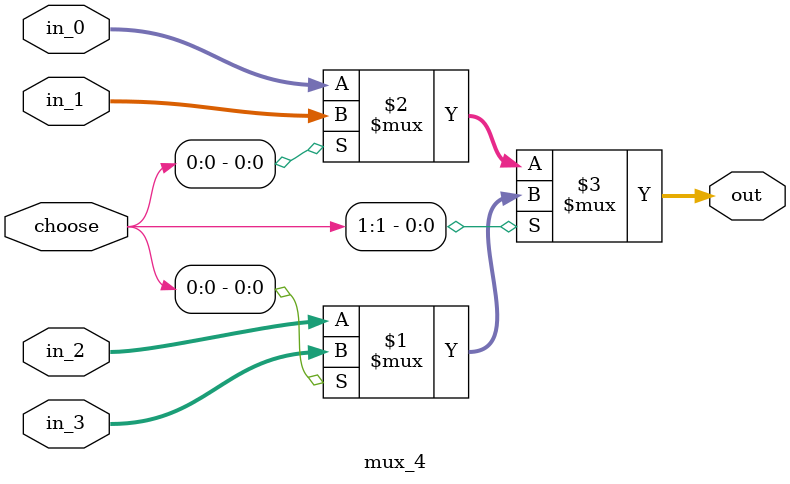
<source format=v>
`timescale 1ns / 1ps


module mux
#(parameter WIDTH = 32)(
    input [WIDTH-1:0]in_0,in_1,
    input choose,
    output [WIDTH-1:0]out
    );
    
assign out = choose ? in_1 : in_0;
endmodule

//module mux_3
//#(parameter WIDTH = 32)(
//    input [WIDTH-1:0]in_0,in_1,in_2,
//    input [1:0] choose,
//    output [WIDTH-1:0]out
//    );
    
//assign out = choose[1]?in_2:(choose[0]?in_1:in_0);
//endmodule

module mux_4
#(parameter WIDTH = 32)(
    input [WIDTH-1:0]in_0,in_1,in_2,in_3,
    input [1:0] choose,
    output [WIDTH-1:0]out
    );
    
assign out = choose[1]?(choose[0]?in_3:in_2):(choose[0]?in_1:in_0);
endmodule
</source>
